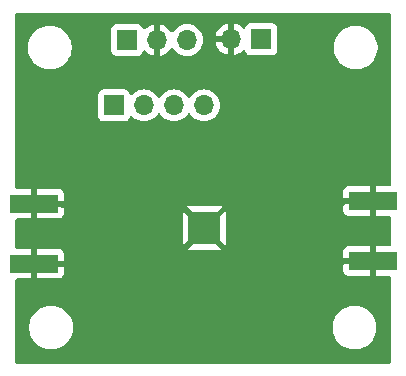
<source format=gbr>
%TF.GenerationSoftware,KiCad,Pcbnew,8.0.8*%
%TF.CreationDate,2025-02-12T11:28:01-05:00*%
%TF.ProjectId,pa-test-board,70612d74-6573-4742-9d62-6f6172642e6b,rev?*%
%TF.SameCoordinates,Original*%
%TF.FileFunction,Copper,L2,Bot*%
%TF.FilePolarity,Positive*%
%FSLAX46Y46*%
G04 Gerber Fmt 4.6, Leading zero omitted, Abs format (unit mm)*
G04 Created by KiCad (PCBNEW 8.0.8) date 2025-02-12 11:28:01*
%MOMM*%
%LPD*%
G01*
G04 APERTURE LIST*
%TA.AperFunction,ComponentPad*%
%ADD10R,1.700000X1.700000*%
%TD*%
%TA.AperFunction,ComponentPad*%
%ADD11O,1.700000X1.700000*%
%TD*%
%TA.AperFunction,SMDPad,CuDef*%
%ADD12R,4.064000X1.524000*%
%TD*%
%TA.AperFunction,ComponentPad*%
%ADD13C,0.500000*%
%TD*%
%TA.AperFunction,SMDPad,CuDef*%
%ADD14R,2.700000X2.700000*%
%TD*%
%TA.AperFunction,ViaPad*%
%ADD15C,0.600000*%
%TD*%
G04 APERTURE END LIST*
D10*
%TO.P,J1,1,Pin_1*%
%TO.N,+5V*%
X144050000Y-94950000D03*
D11*
%TO.P,J1,2,Pin_2*%
%TO.N,GND*%
X146590000Y-94950000D03*
%TO.P,J1,3,Pin_3*%
%TO.N,unconnected-(J1-Pin_3-Pad3)*%
X149130000Y-94950000D03*
%TD*%
D12*
%TO.P,J2,2,Ext*%
%TO.N,GND*%
X136132000Y-108810000D03*
X136132000Y-113890000D03*
%TD*%
D10*
%TO.P,J4,1,Pin_1*%
%TO.N,Net-(J4-Pin_1)*%
X142932550Y-100500000D03*
D11*
%TO.P,J4,2,Pin_2*%
%TO.N,Net-(J4-Pin_2)*%
X145472550Y-100500000D03*
%TO.P,J4,3,Pin_3*%
%TO.N,Net-(J4-Pin_3)*%
X148012550Y-100500000D03*
%TO.P,J4,4,Pin_4*%
%TO.N,AND*%
X150552550Y-100500000D03*
%TD*%
D10*
%TO.P,J5,1,Pin_1*%
%TO.N,Net-(J5-Pin_1)*%
X155400000Y-94900000D03*
D11*
%TO.P,J5,2,Pin_2*%
%TO.N,GND*%
X152860000Y-94900000D03*
%TD*%
D12*
%TO.P,J3,2,Ext*%
%TO.N,GND*%
X164845450Y-113690000D03*
X164845450Y-108610000D03*
%TD*%
D13*
%TO.P,PA1,25,GND*%
%TO.N,GND*%
X149627450Y-109940000D03*
X149627450Y-110580000D03*
X149627450Y-111220000D03*
X149627450Y-111860000D03*
X150267450Y-109940000D03*
X150267450Y-110580000D03*
X150267450Y-111220000D03*
X150267450Y-111860000D03*
D14*
X150587450Y-110900000D03*
D13*
X150907450Y-109940000D03*
X150907450Y-110580000D03*
X150907450Y-111220000D03*
X150907450Y-111860000D03*
X151547450Y-109940000D03*
X151547450Y-110580000D03*
X151547450Y-111220000D03*
X151547450Y-111860000D03*
%TD*%
D15*
%TO.N,GND*%
X138677450Y-108950000D03*
X141877450Y-107550000D03*
X138677450Y-113950000D03*
X159877450Y-108150000D03*
X149100000Y-103800000D03*
X159077450Y-108950000D03*
X160300000Y-93700000D03*
X162277450Y-113750000D03*
X156800000Y-99000000D03*
X156000000Y-103600000D03*
X141877450Y-109150000D03*
X162277450Y-108750000D03*
X152600000Y-99600000D03*
X156800000Y-103300000D03*
X140952550Y-97800000D03*
%TD*%
%TA.AperFunction,Conductor*%
%TO.N,GND*%
G36*
X166319989Y-92670185D02*
G01*
X166365744Y-92722989D01*
X166376950Y-92774500D01*
X166376950Y-107224000D01*
X166357265Y-107291039D01*
X166304461Y-107336794D01*
X166252950Y-107348000D01*
X165095450Y-107348000D01*
X165095450Y-109872000D01*
X166252950Y-109872000D01*
X166319989Y-109891685D01*
X166365744Y-109944489D01*
X166376950Y-109996000D01*
X166376950Y-112304000D01*
X166357265Y-112371039D01*
X166304461Y-112416794D01*
X166252950Y-112428000D01*
X165095450Y-112428000D01*
X165095450Y-114952000D01*
X166252950Y-114952000D01*
X166319989Y-114971685D01*
X166365744Y-115024489D01*
X166376950Y-115076000D01*
X166376950Y-122225500D01*
X166357265Y-122292539D01*
X166304461Y-122338294D01*
X166252950Y-122349500D01*
X134701950Y-122349500D01*
X134634911Y-122329815D01*
X134589156Y-122277011D01*
X134577950Y-122225500D01*
X134577950Y-119178711D01*
X135749500Y-119178711D01*
X135749500Y-119421288D01*
X135781161Y-119661785D01*
X135843947Y-119896104D01*
X135936773Y-120120205D01*
X135936776Y-120120212D01*
X136058064Y-120330289D01*
X136058066Y-120330292D01*
X136058067Y-120330293D01*
X136205733Y-120522736D01*
X136205739Y-120522743D01*
X136377256Y-120694260D01*
X136377262Y-120694265D01*
X136569711Y-120841936D01*
X136779788Y-120963224D01*
X137003900Y-121056054D01*
X137238211Y-121118838D01*
X137418586Y-121142584D01*
X137478711Y-121150500D01*
X137478712Y-121150500D01*
X137721289Y-121150500D01*
X137769388Y-121144167D01*
X137961789Y-121118838D01*
X138196100Y-121056054D01*
X138420212Y-120963224D01*
X138630289Y-120841936D01*
X138822738Y-120694265D01*
X138994265Y-120522738D01*
X139141936Y-120330289D01*
X139263224Y-120120212D01*
X139356054Y-119896100D01*
X139418838Y-119661789D01*
X139450500Y-119421288D01*
X139450500Y-119178712D01*
X139450500Y-119178711D01*
X161449500Y-119178711D01*
X161449500Y-119421288D01*
X161481161Y-119661785D01*
X161543947Y-119896104D01*
X161636773Y-120120205D01*
X161636776Y-120120212D01*
X161758064Y-120330289D01*
X161758066Y-120330292D01*
X161758067Y-120330293D01*
X161905733Y-120522736D01*
X161905739Y-120522743D01*
X162077256Y-120694260D01*
X162077262Y-120694265D01*
X162269711Y-120841936D01*
X162479788Y-120963224D01*
X162703900Y-121056054D01*
X162938211Y-121118838D01*
X163118586Y-121142584D01*
X163178711Y-121150500D01*
X163178712Y-121150500D01*
X163421289Y-121150500D01*
X163469388Y-121144167D01*
X163661789Y-121118838D01*
X163896100Y-121056054D01*
X164120212Y-120963224D01*
X164330289Y-120841936D01*
X164522738Y-120694265D01*
X164694265Y-120522738D01*
X164841936Y-120330289D01*
X164963224Y-120120212D01*
X165056054Y-119896100D01*
X165118838Y-119661789D01*
X165150500Y-119421288D01*
X165150500Y-119178712D01*
X165118838Y-118938211D01*
X165056054Y-118703900D01*
X164963224Y-118479788D01*
X164841936Y-118269711D01*
X164694265Y-118077262D01*
X164694260Y-118077256D01*
X164522743Y-117905739D01*
X164522736Y-117905733D01*
X164330293Y-117758067D01*
X164330292Y-117758066D01*
X164330289Y-117758064D01*
X164120212Y-117636776D01*
X164120205Y-117636773D01*
X163896104Y-117543947D01*
X163661785Y-117481161D01*
X163421289Y-117449500D01*
X163421288Y-117449500D01*
X163178712Y-117449500D01*
X163178711Y-117449500D01*
X162938214Y-117481161D01*
X162703895Y-117543947D01*
X162479794Y-117636773D01*
X162479785Y-117636777D01*
X162269706Y-117758067D01*
X162077263Y-117905733D01*
X162077256Y-117905739D01*
X161905739Y-118077256D01*
X161905733Y-118077263D01*
X161758067Y-118269706D01*
X161636777Y-118479785D01*
X161636773Y-118479794D01*
X161543947Y-118703895D01*
X161481161Y-118938214D01*
X161449500Y-119178711D01*
X139450500Y-119178711D01*
X139418838Y-118938211D01*
X139356054Y-118703900D01*
X139263224Y-118479788D01*
X139141936Y-118269711D01*
X138994265Y-118077262D01*
X138994260Y-118077256D01*
X138822743Y-117905739D01*
X138822736Y-117905733D01*
X138630293Y-117758067D01*
X138630292Y-117758066D01*
X138630289Y-117758064D01*
X138420212Y-117636776D01*
X138420205Y-117636773D01*
X138196104Y-117543947D01*
X137961785Y-117481161D01*
X137721289Y-117449500D01*
X137721288Y-117449500D01*
X137478712Y-117449500D01*
X137478711Y-117449500D01*
X137238214Y-117481161D01*
X137003895Y-117543947D01*
X136779794Y-117636773D01*
X136779785Y-117636777D01*
X136569706Y-117758067D01*
X136377263Y-117905733D01*
X136377256Y-117905739D01*
X136205739Y-118077256D01*
X136205733Y-118077263D01*
X136058067Y-118269706D01*
X135936777Y-118479785D01*
X135936773Y-118479794D01*
X135843947Y-118703895D01*
X135781161Y-118938214D01*
X135749500Y-119178711D01*
X134577950Y-119178711D01*
X134577950Y-115276000D01*
X134597635Y-115208961D01*
X134650439Y-115163206D01*
X134701950Y-115152000D01*
X135882000Y-115152000D01*
X136382000Y-115152000D01*
X138211828Y-115152000D01*
X138211844Y-115151999D01*
X138271372Y-115145598D01*
X138271379Y-115145596D01*
X138406086Y-115095354D01*
X138406093Y-115095350D01*
X138521187Y-115009190D01*
X138521190Y-115009187D01*
X138607350Y-114894093D01*
X138607354Y-114894086D01*
X138657596Y-114759379D01*
X138657598Y-114759372D01*
X138663999Y-114699844D01*
X138664000Y-114699827D01*
X138664000Y-114499844D01*
X162313450Y-114499844D01*
X162319851Y-114559372D01*
X162319853Y-114559379D01*
X162370095Y-114694086D01*
X162370099Y-114694093D01*
X162456259Y-114809187D01*
X162456262Y-114809190D01*
X162571356Y-114895350D01*
X162571363Y-114895354D01*
X162706070Y-114945596D01*
X162706077Y-114945598D01*
X162765605Y-114951999D01*
X162765622Y-114952000D01*
X164595450Y-114952000D01*
X164595450Y-113940000D01*
X162313450Y-113940000D01*
X162313450Y-114499844D01*
X138664000Y-114499844D01*
X138664000Y-114140000D01*
X136382000Y-114140000D01*
X136382000Y-115152000D01*
X135882000Y-115152000D01*
X135882000Y-113640000D01*
X136382000Y-113640000D01*
X138664000Y-113640000D01*
X138664000Y-113080172D01*
X138663999Y-113080155D01*
X138657598Y-113020627D01*
X138657596Y-113020620D01*
X138607354Y-112885913D01*
X138607350Y-112885906D01*
X138603045Y-112880155D01*
X162313450Y-112880155D01*
X162313450Y-113440000D01*
X164595450Y-113440000D01*
X164595450Y-112428000D01*
X162765605Y-112428000D01*
X162706077Y-112434401D01*
X162706070Y-112434403D01*
X162571363Y-112484645D01*
X162571356Y-112484649D01*
X162456262Y-112570809D01*
X162456259Y-112570812D01*
X162370099Y-112685906D01*
X162370095Y-112685913D01*
X162319853Y-112820620D01*
X162319851Y-112820627D01*
X162313450Y-112880155D01*
X138603045Y-112880155D01*
X138521190Y-112770812D01*
X138521187Y-112770809D01*
X138472979Y-112734720D01*
X149106279Y-112734720D01*
X149106279Y-112734722D01*
X149130072Y-112743597D01*
X149130073Y-112743598D01*
X149189605Y-112749999D01*
X149189622Y-112750000D01*
X151985278Y-112750000D01*
X151985294Y-112749999D01*
X152044826Y-112743598D01*
X152044827Y-112743597D01*
X152068620Y-112734722D01*
X152068620Y-112734720D01*
X151325805Y-111991905D01*
X151325785Y-111991889D01*
X151227450Y-111893554D01*
X151171908Y-111949096D01*
X151110585Y-111982581D01*
X151040893Y-111977597D01*
X151017207Y-111962374D01*
X151034614Y-111944968D01*
X151057450Y-111889837D01*
X151057450Y-111830163D01*
X151397450Y-111830163D01*
X151397450Y-111889837D01*
X151420286Y-111944968D01*
X151462482Y-111987164D01*
X151517613Y-112010000D01*
X151577287Y-112010000D01*
X151632418Y-111987164D01*
X151674614Y-111944968D01*
X151697450Y-111889837D01*
X151697450Y-111830163D01*
X151674614Y-111775032D01*
X151632418Y-111732836D01*
X151577287Y-111710000D01*
X151517613Y-111710000D01*
X151462482Y-111732836D01*
X151420286Y-111775032D01*
X151397450Y-111830163D01*
X151057450Y-111830163D01*
X151034614Y-111775032D01*
X150992418Y-111732836D01*
X150937287Y-111710000D01*
X150877613Y-111710000D01*
X150822482Y-111732836D01*
X150780286Y-111775032D01*
X150757450Y-111830163D01*
X150757450Y-111889837D01*
X150780286Y-111944968D01*
X150796401Y-111961083D01*
X150757031Y-111982581D01*
X150687339Y-111977597D01*
X150642992Y-111949096D01*
X150587450Y-111893554D01*
X150531908Y-111949096D01*
X150470585Y-111982581D01*
X150400893Y-111977597D01*
X150377207Y-111962374D01*
X150394614Y-111944968D01*
X150417450Y-111889837D01*
X150417450Y-111830163D01*
X150394614Y-111775032D01*
X150352418Y-111732836D01*
X150297287Y-111710000D01*
X150237613Y-111710000D01*
X150182482Y-111732836D01*
X150140286Y-111775032D01*
X150117450Y-111830163D01*
X150117450Y-111889837D01*
X150140286Y-111944968D01*
X150156401Y-111961083D01*
X150117031Y-111982581D01*
X150047339Y-111977597D01*
X150002992Y-111949096D01*
X149947450Y-111893554D01*
X149840547Y-112000457D01*
X149840542Y-112000459D01*
X149106279Y-112734720D01*
X138472979Y-112734720D01*
X138406093Y-112684649D01*
X138406086Y-112684645D01*
X138271379Y-112634403D01*
X138271372Y-112634401D01*
X138211844Y-112628000D01*
X136382000Y-112628000D01*
X136382000Y-113640000D01*
X135882000Y-113640000D01*
X135882000Y-112628000D01*
X134701950Y-112628000D01*
X134634911Y-112608315D01*
X134589156Y-112555511D01*
X134577950Y-112504000D01*
X134577950Y-110196000D01*
X134597635Y-110128961D01*
X134650439Y-110083206D01*
X134701950Y-110072000D01*
X135882000Y-110072000D01*
X136382000Y-110072000D01*
X138211828Y-110072000D01*
X138211844Y-110071999D01*
X138271372Y-110065598D01*
X138271379Y-110065596D01*
X138406086Y-110015354D01*
X138406093Y-110015350D01*
X138521187Y-109929190D01*
X138521190Y-109929187D01*
X138607350Y-109814093D01*
X138607354Y-109814086D01*
X138657596Y-109679379D01*
X138657598Y-109679372D01*
X138663999Y-109619844D01*
X138664000Y-109619827D01*
X138664000Y-109502157D01*
X148737450Y-109502157D01*
X148737450Y-112297844D01*
X148743851Y-112357375D01*
X148752727Y-112381170D01*
X149303735Y-111830163D01*
X149477450Y-111830163D01*
X149477450Y-111889837D01*
X149500286Y-111944968D01*
X149542482Y-111987164D01*
X149597613Y-112010000D01*
X149657287Y-112010000D01*
X149712418Y-111987164D01*
X149754614Y-111944968D01*
X149777450Y-111889837D01*
X149777450Y-111830163D01*
X149754614Y-111775032D01*
X149712418Y-111732836D01*
X149657287Y-111710000D01*
X149597613Y-111710000D01*
X149542482Y-111732836D01*
X149500286Y-111775032D01*
X149477450Y-111830163D01*
X149303735Y-111830163D01*
X149486980Y-111646918D01*
X149486993Y-111646903D01*
X149593896Y-111540000D01*
X149538354Y-111484458D01*
X149504869Y-111423135D01*
X149509853Y-111353443D01*
X149525075Y-111329757D01*
X149542482Y-111347164D01*
X149597613Y-111370000D01*
X149657287Y-111370000D01*
X149712418Y-111347164D01*
X149754614Y-111304968D01*
X149777450Y-111249837D01*
X149777450Y-111190163D01*
X150117450Y-111190163D01*
X150117450Y-111249837D01*
X150140286Y-111304968D01*
X150182482Y-111347164D01*
X150237613Y-111370000D01*
X150297287Y-111370000D01*
X150352418Y-111347164D01*
X150394614Y-111304968D01*
X150417450Y-111249837D01*
X150417450Y-111190163D01*
X150757450Y-111190163D01*
X150757450Y-111249837D01*
X150780286Y-111304968D01*
X150822482Y-111347164D01*
X150877613Y-111370000D01*
X150937287Y-111370000D01*
X150992418Y-111347164D01*
X151034614Y-111304968D01*
X151057450Y-111249837D01*
X151057450Y-111190163D01*
X151034614Y-111135032D01*
X150992418Y-111092836D01*
X150937287Y-111070000D01*
X150877613Y-111070000D01*
X150822482Y-111092836D01*
X150780286Y-111135032D01*
X150757450Y-111190163D01*
X150417450Y-111190163D01*
X150394614Y-111135032D01*
X150352418Y-111092836D01*
X150297287Y-111070000D01*
X150237613Y-111070000D01*
X150182482Y-111092836D01*
X150140286Y-111135032D01*
X150117450Y-111190163D01*
X149777450Y-111190163D01*
X149754614Y-111135032D01*
X149712418Y-111092836D01*
X149657287Y-111070000D01*
X149597613Y-111070000D01*
X149542482Y-111092836D01*
X149526366Y-111108951D01*
X149504869Y-111069581D01*
X149509853Y-110999889D01*
X149538354Y-110955542D01*
X149593896Y-110900000D01*
X149538354Y-110844458D01*
X149504869Y-110783135D01*
X149509853Y-110713443D01*
X149525075Y-110689757D01*
X149542482Y-110707164D01*
X149597613Y-110730000D01*
X149657287Y-110730000D01*
X149712418Y-110707164D01*
X149754614Y-110664968D01*
X149777450Y-110609837D01*
X149777450Y-110550163D01*
X150117450Y-110550163D01*
X150117450Y-110609837D01*
X150140286Y-110664968D01*
X150182482Y-110707164D01*
X150237613Y-110730000D01*
X150297287Y-110730000D01*
X150352418Y-110707164D01*
X150394614Y-110664968D01*
X150417450Y-110609837D01*
X150417450Y-110550163D01*
X150757450Y-110550163D01*
X150757450Y-110609837D01*
X150780286Y-110664968D01*
X150822482Y-110707164D01*
X150877613Y-110730000D01*
X150937287Y-110730000D01*
X150992418Y-110707164D01*
X151034614Y-110664968D01*
X151057450Y-110609837D01*
X151057450Y-110550163D01*
X151397450Y-110550163D01*
X151397450Y-110609837D01*
X151420286Y-110664968D01*
X151462482Y-110707164D01*
X151517613Y-110730000D01*
X151577287Y-110730000D01*
X151632418Y-110707164D01*
X151648533Y-110691048D01*
X151670031Y-110730419D01*
X151665047Y-110800111D01*
X151636546Y-110844458D01*
X151581004Y-110900000D01*
X151636546Y-110955542D01*
X151670031Y-111016865D01*
X151665047Y-111086557D01*
X151649824Y-111110242D01*
X151632418Y-111092836D01*
X151577287Y-111070000D01*
X151517613Y-111070000D01*
X151462482Y-111092836D01*
X151420286Y-111135032D01*
X151397450Y-111190163D01*
X151397450Y-111249837D01*
X151420286Y-111304968D01*
X151462482Y-111347164D01*
X151517613Y-111370000D01*
X151577287Y-111370000D01*
X151632418Y-111347164D01*
X151648533Y-111331048D01*
X151670031Y-111370419D01*
X151665047Y-111440111D01*
X151636546Y-111484458D01*
X151581004Y-111540000D01*
X151665639Y-111624635D01*
X151665641Y-111624639D01*
X152422172Y-112381170D01*
X152422173Y-112381170D01*
X152431048Y-112357375D01*
X152437449Y-112297844D01*
X152437450Y-112297827D01*
X152437450Y-109502172D01*
X152437449Y-109502155D01*
X152431048Y-109442626D01*
X152422550Y-109419844D01*
X162313450Y-109419844D01*
X162319851Y-109479372D01*
X162319853Y-109479379D01*
X162370095Y-109614086D01*
X162370099Y-109614093D01*
X162456259Y-109729187D01*
X162456262Y-109729190D01*
X162571356Y-109815350D01*
X162571363Y-109815354D01*
X162706070Y-109865596D01*
X162706077Y-109865598D01*
X162765605Y-109871999D01*
X162765622Y-109872000D01*
X164595450Y-109872000D01*
X164595450Y-108860000D01*
X162313450Y-108860000D01*
X162313450Y-109419844D01*
X152422550Y-109419844D01*
X152422171Y-109418828D01*
X151687922Y-110153077D01*
X151687906Y-110153098D01*
X151581004Y-110260000D01*
X151636546Y-110315542D01*
X151670031Y-110376865D01*
X151665047Y-110446557D01*
X151649824Y-110470242D01*
X151632418Y-110452836D01*
X151577287Y-110430000D01*
X151517613Y-110430000D01*
X151462482Y-110452836D01*
X151420286Y-110495032D01*
X151397450Y-110550163D01*
X151057450Y-110550163D01*
X151034614Y-110495032D01*
X150992418Y-110452836D01*
X150937287Y-110430000D01*
X150877613Y-110430000D01*
X150822482Y-110452836D01*
X150780286Y-110495032D01*
X150757450Y-110550163D01*
X150417450Y-110550163D01*
X150394614Y-110495032D01*
X150352418Y-110452836D01*
X150297287Y-110430000D01*
X150237613Y-110430000D01*
X150182482Y-110452836D01*
X150140286Y-110495032D01*
X150117450Y-110550163D01*
X149777450Y-110550163D01*
X149754614Y-110495032D01*
X149712418Y-110452836D01*
X149657287Y-110430000D01*
X149597613Y-110430000D01*
X149542482Y-110452836D01*
X149526366Y-110468951D01*
X149504869Y-110429581D01*
X149509853Y-110359889D01*
X149538354Y-110315542D01*
X149593896Y-110260000D01*
X149468114Y-110134218D01*
X149468112Y-110134215D01*
X149244060Y-109910163D01*
X149477450Y-109910163D01*
X149477450Y-109969837D01*
X149500286Y-110024968D01*
X149542482Y-110067164D01*
X149597613Y-110090000D01*
X149657287Y-110090000D01*
X149712418Y-110067164D01*
X149754614Y-110024968D01*
X149777450Y-109969837D01*
X149777450Y-109910163D01*
X149754614Y-109855032D01*
X149712418Y-109812836D01*
X149657287Y-109790000D01*
X149597613Y-109790000D01*
X149542482Y-109812836D01*
X149500286Y-109855032D01*
X149477450Y-109910163D01*
X149244060Y-109910163D01*
X148752727Y-109418829D01*
X148752724Y-109418829D01*
X148743854Y-109442615D01*
X148743851Y-109442625D01*
X148737450Y-109502157D01*
X138664000Y-109502157D01*
X138664000Y-109065277D01*
X149106277Y-109065277D01*
X149832513Y-109791513D01*
X149832534Y-109791530D01*
X149947450Y-109906446D01*
X150002992Y-109850904D01*
X150064315Y-109817419D01*
X150134007Y-109822403D01*
X150157692Y-109837625D01*
X150140286Y-109855032D01*
X150117450Y-109910163D01*
X150117450Y-109969837D01*
X150140286Y-110024968D01*
X150182482Y-110067164D01*
X150237613Y-110090000D01*
X150297287Y-110090000D01*
X150352418Y-110067164D01*
X150394614Y-110024968D01*
X150417450Y-109969837D01*
X150417450Y-109910163D01*
X150394614Y-109855032D01*
X150378498Y-109838916D01*
X150417869Y-109817419D01*
X150487561Y-109822403D01*
X150531908Y-109850904D01*
X150587450Y-109906446D01*
X150642992Y-109850904D01*
X150704315Y-109817419D01*
X150774007Y-109822403D01*
X150797692Y-109837625D01*
X150780286Y-109855032D01*
X150757450Y-109910163D01*
X150757450Y-109969837D01*
X150780286Y-110024968D01*
X150822482Y-110067164D01*
X150877613Y-110090000D01*
X150937287Y-110090000D01*
X150992418Y-110067164D01*
X151034614Y-110024968D01*
X151057450Y-109969837D01*
X151057450Y-109910163D01*
X151397450Y-109910163D01*
X151397450Y-109969837D01*
X151420286Y-110024968D01*
X151462482Y-110067164D01*
X151517613Y-110090000D01*
X151577287Y-110090000D01*
X151632418Y-110067164D01*
X151674614Y-110024968D01*
X151697450Y-109969837D01*
X151697450Y-109910163D01*
X151674614Y-109855032D01*
X151632418Y-109812836D01*
X151577287Y-109790000D01*
X151517613Y-109790000D01*
X151462482Y-109812836D01*
X151420286Y-109855032D01*
X151397450Y-109910163D01*
X151057450Y-109910163D01*
X151034614Y-109855032D01*
X151018498Y-109838916D01*
X151057869Y-109817419D01*
X151127561Y-109822403D01*
X151171908Y-109850904D01*
X151227450Y-109906446D01*
X152068620Y-109065276D01*
X152044823Y-109056401D01*
X151985294Y-109050000D01*
X149189605Y-109050000D01*
X149130074Y-109056401D01*
X149130072Y-109056402D01*
X149106278Y-109065276D01*
X149106277Y-109065277D01*
X138664000Y-109065277D01*
X138664000Y-109060000D01*
X136382000Y-109060000D01*
X136382000Y-110072000D01*
X135882000Y-110072000D01*
X135882000Y-108560000D01*
X136382000Y-108560000D01*
X138664000Y-108560000D01*
X138664000Y-108000172D01*
X138663999Y-108000155D01*
X138657598Y-107940627D01*
X138657596Y-107940620D01*
X138607354Y-107805913D01*
X138607350Y-107805906D01*
X138603045Y-107800155D01*
X162313450Y-107800155D01*
X162313450Y-108360000D01*
X164595450Y-108360000D01*
X164595450Y-107348000D01*
X162765605Y-107348000D01*
X162706077Y-107354401D01*
X162706070Y-107354403D01*
X162571363Y-107404645D01*
X162571356Y-107404649D01*
X162456262Y-107490809D01*
X162456259Y-107490812D01*
X162370099Y-107605906D01*
X162370095Y-107605913D01*
X162319853Y-107740620D01*
X162319851Y-107740627D01*
X162313450Y-107800155D01*
X138603045Y-107800155D01*
X138521190Y-107690812D01*
X138521187Y-107690809D01*
X138406093Y-107604649D01*
X138406086Y-107604645D01*
X138271379Y-107554403D01*
X138271372Y-107554401D01*
X138211844Y-107548000D01*
X136382000Y-107548000D01*
X136382000Y-108560000D01*
X135882000Y-108560000D01*
X135882000Y-107548000D01*
X134701950Y-107548000D01*
X134634911Y-107528315D01*
X134589156Y-107475511D01*
X134577950Y-107424000D01*
X134577950Y-99602135D01*
X141582050Y-99602135D01*
X141582050Y-101397870D01*
X141582051Y-101397876D01*
X141588458Y-101457483D01*
X141638752Y-101592328D01*
X141638756Y-101592335D01*
X141725002Y-101707544D01*
X141725005Y-101707547D01*
X141840214Y-101793793D01*
X141840221Y-101793797D01*
X141975067Y-101844091D01*
X141975066Y-101844091D01*
X141981994Y-101844835D01*
X142034677Y-101850500D01*
X143830422Y-101850499D01*
X143890033Y-101844091D01*
X144024881Y-101793796D01*
X144140096Y-101707546D01*
X144226346Y-101592331D01*
X144275360Y-101460916D01*
X144317231Y-101404984D01*
X144382695Y-101380566D01*
X144450968Y-101395417D01*
X144479223Y-101416569D01*
X144601149Y-101538495D01*
X144697934Y-101606265D01*
X144794715Y-101674032D01*
X144794717Y-101674033D01*
X144794720Y-101674035D01*
X145008887Y-101773903D01*
X145237142Y-101835063D01*
X145413584Y-101850500D01*
X145472549Y-101855659D01*
X145472550Y-101855659D01*
X145472551Y-101855659D01*
X145531516Y-101850500D01*
X145707958Y-101835063D01*
X145936213Y-101773903D01*
X146150380Y-101674035D01*
X146343951Y-101538495D01*
X146511045Y-101371401D01*
X146640975Y-101185842D01*
X146695552Y-101142217D01*
X146765050Y-101135023D01*
X146827405Y-101166546D01*
X146844125Y-101185842D01*
X146974050Y-101371395D01*
X146974055Y-101371401D01*
X147141149Y-101538495D01*
X147237934Y-101606265D01*
X147334715Y-101674032D01*
X147334717Y-101674033D01*
X147334720Y-101674035D01*
X147548887Y-101773903D01*
X147777142Y-101835063D01*
X147953584Y-101850500D01*
X148012549Y-101855659D01*
X148012550Y-101855659D01*
X148012551Y-101855659D01*
X148071516Y-101850500D01*
X148247958Y-101835063D01*
X148476213Y-101773903D01*
X148690380Y-101674035D01*
X148883951Y-101538495D01*
X149051045Y-101371401D01*
X149180975Y-101185842D01*
X149235552Y-101142217D01*
X149305050Y-101135023D01*
X149367405Y-101166546D01*
X149384125Y-101185842D01*
X149514050Y-101371395D01*
X149514055Y-101371401D01*
X149681149Y-101538495D01*
X149777934Y-101606265D01*
X149874715Y-101674032D01*
X149874717Y-101674033D01*
X149874720Y-101674035D01*
X150088887Y-101773903D01*
X150317142Y-101835063D01*
X150493584Y-101850500D01*
X150552549Y-101855659D01*
X150552550Y-101855659D01*
X150552551Y-101855659D01*
X150611516Y-101850500D01*
X150787958Y-101835063D01*
X151016213Y-101773903D01*
X151230380Y-101674035D01*
X151423951Y-101538495D01*
X151591045Y-101371401D01*
X151726585Y-101177830D01*
X151826453Y-100963663D01*
X151887613Y-100735408D01*
X151908209Y-100500000D01*
X151887613Y-100264592D01*
X151826453Y-100036337D01*
X151726585Y-99822171D01*
X151720975Y-99814158D01*
X151591044Y-99628597D01*
X151423952Y-99461506D01*
X151423945Y-99461501D01*
X151230384Y-99325967D01*
X151230380Y-99325965D01*
X151230378Y-99325964D01*
X151016213Y-99226097D01*
X151016209Y-99226096D01*
X151016205Y-99226094D01*
X150787963Y-99164938D01*
X150787953Y-99164936D01*
X150552551Y-99144341D01*
X150552549Y-99144341D01*
X150317146Y-99164936D01*
X150317136Y-99164938D01*
X150088894Y-99226094D01*
X150088885Y-99226098D01*
X149874721Y-99325964D01*
X149874719Y-99325965D01*
X149681147Y-99461505D01*
X149514055Y-99628597D01*
X149384125Y-99814158D01*
X149329548Y-99857783D01*
X149260050Y-99864977D01*
X149197695Y-99833454D01*
X149180975Y-99814158D01*
X149051044Y-99628597D01*
X148883952Y-99461506D01*
X148883945Y-99461501D01*
X148690384Y-99325967D01*
X148690380Y-99325965D01*
X148690378Y-99325964D01*
X148476213Y-99226097D01*
X148476209Y-99226096D01*
X148476205Y-99226094D01*
X148247963Y-99164938D01*
X148247953Y-99164936D01*
X148012551Y-99144341D01*
X148012549Y-99144341D01*
X147777146Y-99164936D01*
X147777136Y-99164938D01*
X147548894Y-99226094D01*
X147548885Y-99226098D01*
X147334721Y-99325964D01*
X147334719Y-99325965D01*
X147141147Y-99461505D01*
X146974055Y-99628597D01*
X146844125Y-99814158D01*
X146789548Y-99857783D01*
X146720050Y-99864977D01*
X146657695Y-99833454D01*
X146640975Y-99814158D01*
X146511044Y-99628597D01*
X146343952Y-99461506D01*
X146343945Y-99461501D01*
X146150384Y-99325967D01*
X146150380Y-99325965D01*
X146150378Y-99325964D01*
X145936213Y-99226097D01*
X145936209Y-99226096D01*
X145936205Y-99226094D01*
X145707963Y-99164938D01*
X145707953Y-99164936D01*
X145472551Y-99144341D01*
X145472549Y-99144341D01*
X145237146Y-99164936D01*
X145237136Y-99164938D01*
X145008894Y-99226094D01*
X145008885Y-99226098D01*
X144794721Y-99325964D01*
X144794719Y-99325965D01*
X144601150Y-99461503D01*
X144479223Y-99583430D01*
X144417900Y-99616914D01*
X144348208Y-99611930D01*
X144292275Y-99570058D01*
X144275360Y-99539081D01*
X144226347Y-99407671D01*
X144226343Y-99407664D01*
X144140097Y-99292455D01*
X144140094Y-99292452D01*
X144024885Y-99206206D01*
X144024878Y-99206202D01*
X143890032Y-99155908D01*
X143890033Y-99155908D01*
X143830433Y-99149501D01*
X143830431Y-99149500D01*
X143830423Y-99149500D01*
X143830414Y-99149500D01*
X142034679Y-99149500D01*
X142034673Y-99149501D01*
X141975066Y-99155908D01*
X141840221Y-99206202D01*
X141840214Y-99206206D01*
X141725005Y-99292452D01*
X141725002Y-99292455D01*
X141638756Y-99407664D01*
X141638752Y-99407671D01*
X141588458Y-99542517D01*
X141582051Y-99602116D01*
X141582050Y-99602135D01*
X134577950Y-99602135D01*
X134577950Y-95478711D01*
X135649500Y-95478711D01*
X135649500Y-95721288D01*
X135681161Y-95961785D01*
X135743947Y-96196104D01*
X135836773Y-96420205D01*
X135836776Y-96420212D01*
X135958064Y-96630289D01*
X135958066Y-96630292D01*
X135958067Y-96630293D01*
X136105733Y-96822736D01*
X136105739Y-96822743D01*
X136277256Y-96994260D01*
X136277262Y-96994265D01*
X136469711Y-97141936D01*
X136679788Y-97263224D01*
X136903900Y-97356054D01*
X137138211Y-97418838D01*
X137318586Y-97442584D01*
X137378711Y-97450500D01*
X137378712Y-97450500D01*
X137621289Y-97450500D01*
X137669388Y-97444167D01*
X137861789Y-97418838D01*
X138096100Y-97356054D01*
X138320212Y-97263224D01*
X138530289Y-97141936D01*
X138722738Y-96994265D01*
X138894265Y-96822738D01*
X139041936Y-96630289D01*
X139163224Y-96420212D01*
X139256054Y-96196100D01*
X139318838Y-95961789D01*
X139350500Y-95721288D01*
X139350500Y-95478712D01*
X139318838Y-95238211D01*
X139256054Y-95003900D01*
X139163224Y-94779788D01*
X139041936Y-94569711D01*
X138937859Y-94434075D01*
X138894266Y-94377263D01*
X138894260Y-94377256D01*
X138722743Y-94205739D01*
X138722736Y-94205733D01*
X138530293Y-94058067D01*
X138530292Y-94058066D01*
X138530289Y-94058064D01*
X138520020Y-94052135D01*
X142699500Y-94052135D01*
X142699500Y-95847870D01*
X142699501Y-95847876D01*
X142705908Y-95907483D01*
X142756202Y-96042328D01*
X142756206Y-96042335D01*
X142842452Y-96157544D01*
X142842455Y-96157547D01*
X142957664Y-96243793D01*
X142957671Y-96243797D01*
X143092517Y-96294091D01*
X143092516Y-96294091D01*
X143099444Y-96294835D01*
X143152127Y-96300500D01*
X144947872Y-96300499D01*
X145007483Y-96294091D01*
X145142331Y-96243796D01*
X145257546Y-96157546D01*
X145343796Y-96042331D01*
X145393002Y-95910401D01*
X145434872Y-95854468D01*
X145500337Y-95830050D01*
X145568610Y-95844901D01*
X145596865Y-95866053D01*
X145718917Y-95988105D01*
X145912421Y-96123600D01*
X146126507Y-96223429D01*
X146126516Y-96223433D01*
X146340000Y-96280634D01*
X146340000Y-95383012D01*
X146397007Y-95415925D01*
X146524174Y-95450000D01*
X146655826Y-95450000D01*
X146782993Y-95415925D01*
X146840000Y-95383012D01*
X146840000Y-96280633D01*
X147053483Y-96223433D01*
X147053492Y-96223429D01*
X147267578Y-96123600D01*
X147461082Y-95988105D01*
X147628105Y-95821082D01*
X147758119Y-95635405D01*
X147812696Y-95591781D01*
X147882195Y-95584588D01*
X147944549Y-95616110D01*
X147961269Y-95635405D01*
X148091505Y-95821401D01*
X148258599Y-95988495D01*
X148355384Y-96056265D01*
X148452165Y-96124032D01*
X148452167Y-96124033D01*
X148452170Y-96124035D01*
X148666337Y-96223903D01*
X148666343Y-96223904D01*
X148666344Y-96223905D01*
X148721285Y-96238626D01*
X148894592Y-96285063D01*
X149071034Y-96300500D01*
X149129999Y-96305659D01*
X149130000Y-96305659D01*
X149130001Y-96305659D01*
X149188966Y-96300500D01*
X149365408Y-96285063D01*
X149593663Y-96223903D01*
X149807830Y-96124035D01*
X150001401Y-95988495D01*
X150168495Y-95821401D01*
X150304035Y-95627830D01*
X150403903Y-95413663D01*
X150465063Y-95185408D01*
X150485659Y-94950000D01*
X150465063Y-94714592D01*
X150447756Y-94649999D01*
X151529364Y-94649999D01*
X151529364Y-94650000D01*
X152426988Y-94650000D01*
X152394075Y-94707007D01*
X152360000Y-94834174D01*
X152360000Y-94965826D01*
X152394075Y-95092993D01*
X152426988Y-95150000D01*
X151529364Y-95150000D01*
X151586567Y-95363486D01*
X151586570Y-95363492D01*
X151686399Y-95577578D01*
X151821894Y-95771082D01*
X151988917Y-95938105D01*
X152182421Y-96073600D01*
X152396507Y-96173429D01*
X152396516Y-96173433D01*
X152610000Y-96230634D01*
X152610000Y-95333012D01*
X152667007Y-95365925D01*
X152794174Y-95400000D01*
X152925826Y-95400000D01*
X153052993Y-95365925D01*
X153110000Y-95333012D01*
X153110000Y-96230633D01*
X153323483Y-96173433D01*
X153323492Y-96173429D01*
X153537578Y-96073600D01*
X153731078Y-95938108D01*
X153853133Y-95816053D01*
X153914456Y-95782568D01*
X153984148Y-95787552D01*
X154040082Y-95829423D01*
X154056997Y-95860401D01*
X154106202Y-95992328D01*
X154106206Y-95992335D01*
X154192452Y-96107544D01*
X154192455Y-96107547D01*
X154307664Y-96193793D01*
X154307671Y-96193797D01*
X154442517Y-96244091D01*
X154442516Y-96244091D01*
X154449444Y-96244835D01*
X154502127Y-96250500D01*
X156297872Y-96250499D01*
X156357483Y-96244091D01*
X156492331Y-96193796D01*
X156607546Y-96107546D01*
X156693796Y-95992331D01*
X156744091Y-95857483D01*
X156750500Y-95797873D01*
X156750500Y-95478711D01*
X161549500Y-95478711D01*
X161549500Y-95721288D01*
X161581161Y-95961785D01*
X161643947Y-96196104D01*
X161736773Y-96420205D01*
X161736776Y-96420212D01*
X161858064Y-96630289D01*
X161858066Y-96630292D01*
X161858067Y-96630293D01*
X162005733Y-96822736D01*
X162005739Y-96822743D01*
X162177256Y-96994260D01*
X162177262Y-96994265D01*
X162369711Y-97141936D01*
X162579788Y-97263224D01*
X162803900Y-97356054D01*
X163038211Y-97418838D01*
X163218586Y-97442584D01*
X163278711Y-97450500D01*
X163278712Y-97450500D01*
X163521289Y-97450500D01*
X163569388Y-97444167D01*
X163761789Y-97418838D01*
X163996100Y-97356054D01*
X164220212Y-97263224D01*
X164430289Y-97141936D01*
X164622738Y-96994265D01*
X164794265Y-96822738D01*
X164941936Y-96630289D01*
X165063224Y-96420212D01*
X165156054Y-96196100D01*
X165218838Y-95961789D01*
X165250500Y-95721288D01*
X165250500Y-95478712D01*
X165218838Y-95238211D01*
X165156054Y-95003900D01*
X165063224Y-94779788D01*
X164941936Y-94569711D01*
X164837859Y-94434075D01*
X164794266Y-94377263D01*
X164794260Y-94377256D01*
X164622743Y-94205739D01*
X164622736Y-94205733D01*
X164430293Y-94058067D01*
X164430292Y-94058066D01*
X164430289Y-94058064D01*
X164220212Y-93936776D01*
X164220205Y-93936773D01*
X163996104Y-93843947D01*
X163761785Y-93781161D01*
X163521289Y-93749500D01*
X163521288Y-93749500D01*
X163278712Y-93749500D01*
X163278711Y-93749500D01*
X163038214Y-93781161D01*
X162803895Y-93843947D01*
X162579794Y-93936773D01*
X162579785Y-93936777D01*
X162411483Y-94033947D01*
X162379993Y-94052128D01*
X162369706Y-94058067D01*
X162177263Y-94205733D01*
X162177256Y-94205739D01*
X162005739Y-94377256D01*
X162005733Y-94377263D01*
X161858067Y-94569706D01*
X161736777Y-94779785D01*
X161736773Y-94779794D01*
X161643947Y-95003895D01*
X161581161Y-95238214D01*
X161549500Y-95478711D01*
X156750500Y-95478711D01*
X156750499Y-94002128D01*
X156744091Y-93942517D01*
X156743002Y-93939598D01*
X156693797Y-93807671D01*
X156693793Y-93807664D01*
X156607547Y-93692455D01*
X156607544Y-93692452D01*
X156492335Y-93606206D01*
X156492328Y-93606202D01*
X156357482Y-93555908D01*
X156357483Y-93555908D01*
X156297883Y-93549501D01*
X156297881Y-93549500D01*
X156297873Y-93549500D01*
X156297864Y-93549500D01*
X154502129Y-93549500D01*
X154502123Y-93549501D01*
X154442516Y-93555908D01*
X154307671Y-93606202D01*
X154307664Y-93606206D01*
X154192455Y-93692452D01*
X154192452Y-93692455D01*
X154106206Y-93807664D01*
X154106202Y-93807671D01*
X154056997Y-93939598D01*
X154015126Y-93995532D01*
X153949661Y-94019949D01*
X153881388Y-94005097D01*
X153853134Y-93983946D01*
X153731082Y-93861894D01*
X153537578Y-93726399D01*
X153323492Y-93626570D01*
X153323486Y-93626567D01*
X153110000Y-93569364D01*
X153110000Y-94466988D01*
X153052993Y-94434075D01*
X152925826Y-94400000D01*
X152794174Y-94400000D01*
X152667007Y-94434075D01*
X152610000Y-94466988D01*
X152610000Y-93569364D01*
X152609999Y-93569364D01*
X152396513Y-93626567D01*
X152396507Y-93626570D01*
X152182422Y-93726399D01*
X152182420Y-93726400D01*
X151988926Y-93861886D01*
X151988920Y-93861891D01*
X151821891Y-94028920D01*
X151821886Y-94028926D01*
X151686400Y-94222420D01*
X151686399Y-94222422D01*
X151586570Y-94436507D01*
X151586567Y-94436513D01*
X151529364Y-94649999D01*
X150447756Y-94649999D01*
X150418626Y-94541285D01*
X150403905Y-94486344D01*
X150403904Y-94486343D01*
X150403903Y-94486337D01*
X150304035Y-94272171D01*
X150298731Y-94264595D01*
X150168494Y-94078597D01*
X150001402Y-93911506D01*
X150001395Y-93911501D01*
X149807834Y-93775967D01*
X149807830Y-93775965D01*
X149807828Y-93775964D01*
X149593663Y-93676097D01*
X149593659Y-93676096D01*
X149593655Y-93676094D01*
X149365413Y-93614938D01*
X149365403Y-93614936D01*
X149130001Y-93594341D01*
X149129999Y-93594341D01*
X148894596Y-93614936D01*
X148894586Y-93614938D01*
X148666344Y-93676094D01*
X148666335Y-93676098D01*
X148452171Y-93775964D01*
X148452169Y-93775965D01*
X148258597Y-93911505D01*
X148091508Y-94078594D01*
X147961269Y-94264595D01*
X147906692Y-94308219D01*
X147837193Y-94315412D01*
X147774839Y-94283890D01*
X147758119Y-94264594D01*
X147628113Y-94078926D01*
X147628108Y-94078920D01*
X147461082Y-93911894D01*
X147267578Y-93776399D01*
X147053492Y-93676570D01*
X147053486Y-93676567D01*
X146840000Y-93619364D01*
X146840000Y-94516988D01*
X146782993Y-94484075D01*
X146655826Y-94450000D01*
X146524174Y-94450000D01*
X146397007Y-94484075D01*
X146340000Y-94516988D01*
X146340000Y-93619364D01*
X146339999Y-93619364D01*
X146126513Y-93676567D01*
X146126507Y-93676570D01*
X145912422Y-93776399D01*
X145912420Y-93776400D01*
X145718926Y-93911886D01*
X145596865Y-94033947D01*
X145535542Y-94067431D01*
X145465850Y-94062447D01*
X145409917Y-94020575D01*
X145393002Y-93989598D01*
X145374353Y-93939598D01*
X145343796Y-93857669D01*
X145343795Y-93857668D01*
X145343793Y-93857664D01*
X145257547Y-93742455D01*
X145257544Y-93742452D01*
X145142335Y-93656206D01*
X145142328Y-93656202D01*
X145007482Y-93605908D01*
X145007483Y-93605908D01*
X144947883Y-93599501D01*
X144947881Y-93599500D01*
X144947873Y-93599500D01*
X144947864Y-93599500D01*
X143152129Y-93599500D01*
X143152123Y-93599501D01*
X143092516Y-93605908D01*
X142957671Y-93656202D01*
X142957664Y-93656206D01*
X142842455Y-93742452D01*
X142842452Y-93742455D01*
X142756206Y-93857664D01*
X142756202Y-93857671D01*
X142705908Y-93992517D01*
X142699501Y-94052116D01*
X142699500Y-94052135D01*
X138520020Y-94052135D01*
X138320212Y-93936776D01*
X138320205Y-93936773D01*
X138096104Y-93843947D01*
X137861785Y-93781161D01*
X137621289Y-93749500D01*
X137621288Y-93749500D01*
X137378712Y-93749500D01*
X137378711Y-93749500D01*
X137138214Y-93781161D01*
X136903895Y-93843947D01*
X136679794Y-93936773D01*
X136679785Y-93936777D01*
X136511483Y-94033947D01*
X136479993Y-94052128D01*
X136469706Y-94058067D01*
X136277263Y-94205733D01*
X136277256Y-94205739D01*
X136105739Y-94377256D01*
X136105733Y-94377263D01*
X135958067Y-94569706D01*
X135836777Y-94779785D01*
X135836773Y-94779794D01*
X135743947Y-95003895D01*
X135681161Y-95238214D01*
X135649500Y-95478711D01*
X134577950Y-95478711D01*
X134577950Y-92774500D01*
X134597635Y-92707461D01*
X134650439Y-92661706D01*
X134701950Y-92650500D01*
X166252950Y-92650500D01*
X166319989Y-92670185D01*
G37*
%TD.AperFunction*%
%TD*%
M02*

</source>
